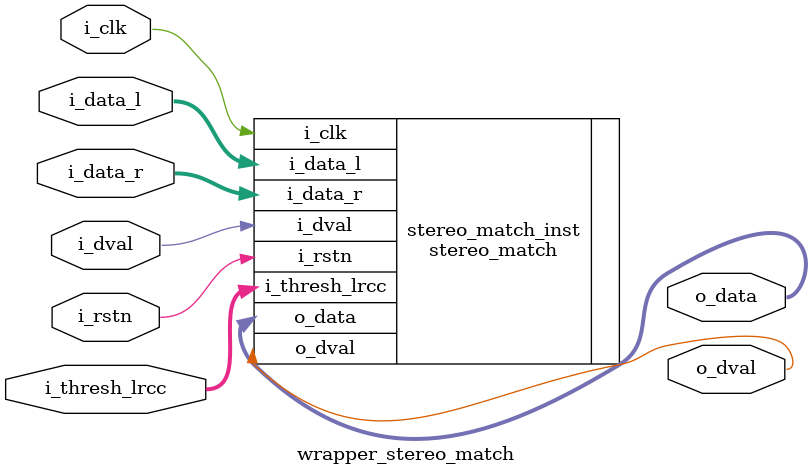
<source format=v>
module wrapper_stereo_match #(
    parameter integer D  = 64,
    parameter integer WC = 7,
    parameter integer WH = 13,
    parameter integer M  = 450,
    parameter integer N  = 8
) (
    i_clk,
    i_rstn,
    i_data_l,
    i_data_r,
    i_dval,
    i_thresh_lrcc,
    o_dval,
    o_data
);

  localparam integer DBIT = $clog2(D);

  input i_clk;
  input i_rstn;
  input [N-1:0] i_data_l;
  input [N-1:0] i_data_r;
  input i_dval;
  input [DBIT-1:0] i_thresh_lrcc;
  output o_dval;
  output [DBIT-1:0] o_data;
  /*Localparameter definitions*/

  stereo_match #(
      .D (D),
      .WC(WC),
      .WH(WH),
      .M (M),
      .N (N)
  ) stereo_match_inst (
      .i_clk(i_clk),
      .i_rstn(i_rstn),
      .i_data_l(i_data_l),
      .i_data_r(i_data_r),
      .i_dval(i_dval),
      .i_thresh_lrcc(i_thresh_lrcc),
      .o_dval(o_dval),
      .o_data(o_data)
  );

endmodule

</source>
